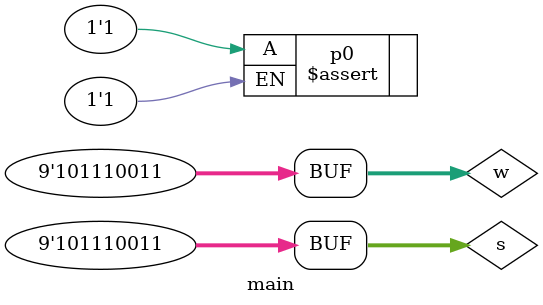
<source format=sv>
module main;

  // The first field is the most-significant bit.
  struct packed {
    bit field1, field2;
    bit [6:0] field3;
  } s;

  initial begin
    s.field1 = 1;
    s.field2 = 0;
    s.field3 = 'b1110011;
  end

  // structs can be converted without cast to bit-vectors
  wire [8:0] w = s;

  // Expected to pass.
  p0: assert property (w == 'b1_0_1110011);

endmodule

</source>
